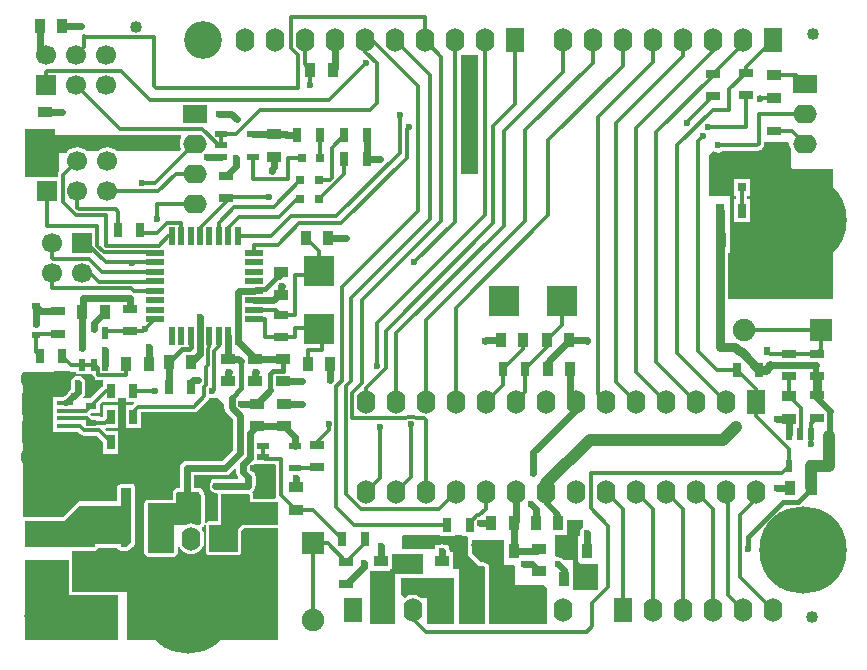
<source format=gtl>
G04 Layer_Physical_Order=1*
G04 Layer_Color=255*
%FSLAX44Y44*%
%MOMM*%
G71*
G01*
G75*
%ADD10R,1.3000X0.7000*%
%ADD11R,0.7000X1.3000*%
%ADD12R,0.6858X0.5588*%
%ADD13R,0.5588X0.6858*%
%ADD14R,1.4000X1.6000*%
%ADD15R,1.9000X1.9000*%
%ADD16R,1.3500X0.4000*%
%ADD17R,0.9000X0.6000*%
%ADD18R,2.6000X2.5000*%
%ADD19R,2.5000X2.6000*%
%ADD20R,1.0000X0.5500*%
%ADD21R,0.5500X1.0000*%
%ADD22R,3.5000X2.2000*%
%ADD23R,0.6000X2.2000*%
%ADD24R,0.5500X1.5000*%
%ADD25R,1.5000X0.5500*%
%ADD26R,2.7000X2.0000*%
%ADD27C,1.0160*%
%ADD28R,1.3000X0.9000*%
%ADD29R,0.9000X1.3000*%
%ADD30R,0.8000X0.8000*%
%ADD31R,1.6000X3.0000*%
%ADD32C,0.6000*%
%ADD33C,0.8000*%
%ADD34C,0.3000*%
%ADD35C,0.4000*%
%ADD36C,1.0000*%
%ADD37C,0.5000*%
%ADD38C,1.9000*%
%ADD39R,1.9000X1.9000*%
%ADD40R,1.6000X2.0000*%
%ADD41O,1.6000X2.0000*%
%ADD42R,1.7000X1.7000*%
%ADD43C,1.7000*%
%ADD44O,2.0000X1.6000*%
%ADD45R,2.0000X1.6000*%
G04:AMPARAMS|DCode=46|XSize=2mm|YSize=1.2mm|CornerRadius=0.3mm|HoleSize=0mm|Usage=FLASHONLY|Rotation=0.000|XOffset=0mm|YOffset=0mm|HoleType=Round|Shape=RoundedRectangle|*
%AMROUNDEDRECTD46*
21,1,2.0000,0.6000,0,0,0.0*
21,1,1.4000,1.2000,0,0,0.0*
1,1,0.6000,0.7000,-0.3000*
1,1,0.6000,-0.7000,-0.3000*
1,1,0.6000,-0.7000,0.3000*
1,1,0.6000,0.7000,0.3000*
%
%ADD46ROUNDEDRECTD46*%
%ADD47C,3.2000*%
%ADD48C,7.4000*%
%ADD49C,4.0000*%
%ADD50C,0.6000*%
G36*
X192000Y123000D02*
Y117000D01*
X216000D01*
Y98000D01*
X186000D01*
X182000Y94000D01*
Y75000D01*
X158000D01*
Y98000D01*
X168000D01*
Y124000D01*
X191000D01*
X192000Y123000D01*
D02*
G37*
G36*
X474000Y95627D02*
X473174Y95076D01*
X471848Y93091D01*
X471382Y90750D01*
Y88000D01*
X470000D01*
Y66500D01*
X470500D01*
X472000Y65000D01*
X487000D01*
Y43239D01*
X486761Y43000D01*
X466000D01*
Y68000D01*
X458401D01*
X457576Y68826D01*
X455591Y70152D01*
X453250Y70617D01*
X451982Y70365D01*
X451000Y71171D01*
Y89500D01*
X461000D01*
Y102000D01*
X474000D01*
Y95627D01*
D02*
G37*
G36*
X372000Y88500D02*
X376102D01*
X377000Y87602D01*
X377000Y82847D01*
X376632Y81000D01*
X377000Y79153D01*
X377000Y72000D01*
X386000Y63000D01*
X390102Y63000D01*
X391000Y62102D01*
Y18000D01*
Y14000D01*
X369000D01*
Y60000D01*
X364500D01*
Y75000D01*
X361573D01*
X361367Y75250D01*
X361000Y77098D01*
Y80000D01*
X360000Y81000D01*
X357098D01*
X355250Y81368D01*
X353402Y81000D01*
X349000D01*
Y77000D01*
X321000D01*
Y88000D01*
X322000Y89000D01*
X353000D01*
Y88500D01*
X366000D01*
Y89000D01*
X372000D01*
Y88500D01*
D02*
G37*
G36*
X92000Y83000D02*
X88000Y79000D01*
Y79000D01*
X83000D01*
Y81500D01*
X61000D01*
Y79000D01*
X2000D01*
Y101000D01*
X35000D01*
X48000Y114000D01*
X83000D01*
Y129000D01*
X92000D01*
Y83000D01*
D02*
G37*
G36*
X339000Y56000D02*
X315000D01*
Y38000D01*
Y14000D01*
X294000D01*
Y59000D01*
X311000D01*
Y60000D01*
X312500D01*
Y73000D01*
X339000D01*
Y56000D01*
D02*
G37*
G36*
X39000Y38000D02*
X81000D01*
Y0D01*
X2000D01*
Y68000D01*
X39000D01*
Y38000D01*
D02*
G37*
G36*
X407000Y64000D02*
X416000D01*
X417000Y63000D01*
Y47000D01*
X441000D01*
X444000Y44000D01*
Y14000D01*
X395000D01*
Y64000D01*
X394000Y65000D01*
X392428D01*
X392265Y65163D01*
X392265D01*
Y65163D01*
X391272Y65826D01*
X390804Y65919D01*
X390102Y66059D01*
X390102Y66059D01*
X387941Y66059D01*
X380059Y73941D01*
X380059Y79153D01*
X380000Y79448D01*
Y79750D01*
X379751Y81000D01*
X380000Y82251D01*
Y82552D01*
X380059Y82847D01*
X380059Y85000D01*
X407000D01*
Y64000D01*
D02*
G37*
G36*
X365000Y14000D02*
X342000D01*
Y36000D01*
X337062D01*
X335747Y37009D01*
X333072Y38117D01*
X330200Y38495D01*
X327328Y38117D01*
X324652Y37009D01*
X323338Y36000D01*
X323000D01*
X320000Y39000D01*
Y52941D01*
X339000D01*
X339296Y53000D01*
X365000D01*
Y14000D01*
D02*
G37*
G36*
X385000Y395000D02*
X371796D01*
X371000Y396000D01*
Y496000D01*
X385000D01*
Y395000D01*
D02*
G37*
G36*
X648964Y421045D02*
X648905Y420600D01*
X649283Y417728D01*
X650000Y415998D01*
Y401000D01*
X652000Y399000D01*
X686000D01*
Y289000D01*
X598000D01*
X597060Y289940D01*
Y328000D01*
X599000D01*
Y376000D01*
X581000D01*
Y411000D01*
X584674Y414674D01*
X586659Y413348D01*
X589000Y412882D01*
X591341Y413348D01*
X592933Y414412D01*
X622000D01*
X623756Y414761D01*
X624113Y415000D01*
X626000D01*
Y416511D01*
X626494Y417006D01*
X627489Y418494D01*
X627838Y420250D01*
Y421933D01*
X628000Y422000D01*
X648126D01*
X648964Y421045D01*
D02*
G37*
G36*
X27000Y428000D02*
X124000D01*
X134000Y428000D01*
Y425202D01*
X133283Y423472D01*
X132905Y420600D01*
X133283Y417728D01*
X133999Y415999D01*
X132000Y414000D01*
X79474D01*
X77200Y415745D01*
X74402Y416904D01*
X71400Y417299D01*
X68398Y416904D01*
X65600Y415745D01*
X63326Y414000D01*
X54074D01*
X51800Y415745D01*
X49002Y416904D01*
X46000Y417299D01*
X42998Y416904D01*
X40200Y415745D01*
X37798Y413902D01*
X37456Y413456D01*
X37000Y413000D01*
X31000D01*
Y397189D01*
X30756Y396944D01*
X29761Y395456D01*
X29412Y393700D01*
Y392000D01*
X2000D01*
Y433000D01*
X27000D01*
Y428000D01*
D02*
G37*
G36*
X44750Y225500D02*
X58662D01*
Y225192D01*
X59011Y223437D01*
X60006Y221948D01*
X60198Y221756D01*
X61687Y220761D01*
X63442Y220412D01*
X68000D01*
Y215242D01*
X67256Y214744D01*
X57261Y204750D01*
X51947D01*
X51703Y205009D01*
X51307Y206020D01*
X52402Y207659D01*
X52867Y210000D01*
Y217750D01*
X52402Y220091D01*
X51076Y222076D01*
X49091Y223402D01*
X46750Y223867D01*
X44409Y223402D01*
X42424Y222076D01*
X41098Y220091D01*
X40633Y217750D01*
Y212534D01*
X39424Y211326D01*
X38098Y209341D01*
X38083Y209263D01*
X35427Y206608D01*
X35370D01*
X33224Y206181D01*
X32953Y206000D01*
X25620D01*
Y196000D01*
Y189500D01*
Y183000D01*
Y176500D01*
X45120D01*
Y176500D01*
X46390Y176672D01*
X48556Y174506D01*
X50044Y173511D01*
X51800Y173162D01*
X62350D01*
X68000Y167511D01*
Y158000D01*
X81000D01*
Y177000D01*
X71489D01*
X69977Y178512D01*
X70395Y179890D01*
X70950Y180000D01*
X81000D01*
Y199000D01*
X68000D01*
Y189489D01*
X67350Y188838D01*
X65250D01*
Y190250D01*
X58239D01*
X57244Y191244D01*
X57199Y191710D01*
X58239Y192750D01*
X65250D01*
Y199761D01*
X66948Y201460D01*
X68000Y202000D01*
Y202000D01*
X68000Y202000D01*
X81000D01*
Y205000D01*
X87000D01*
Y202000D01*
X94099D01*
X94490Y200791D01*
X94491Y200730D01*
X92761Y199000D01*
X87000D01*
Y180000D01*
X100000D01*
Y192912D01*
X144750D01*
X146506Y193261D01*
X147994Y194256D01*
X156994Y203256D01*
X157989Y204744D01*
X158040Y205000D01*
X159659D01*
X160250Y204883D01*
X160841Y205000D01*
X165000D01*
X170632Y199368D01*
Y197186D01*
X171098Y194845D01*
X172424Y192861D01*
X177882Y187402D01*
Y161534D01*
X168466Y152118D01*
X139000D01*
X136659Y151652D01*
X134674Y150326D01*
X133348Y148341D01*
X132882Y146000D01*
Y129059D01*
X131000D01*
X131000Y129059D01*
X129830Y128826D01*
X128837Y128163D01*
X128837Y128163D01*
X127837Y127163D01*
X127174Y126171D01*
X126941Y125000D01*
X126941Y125000D01*
Y119059D01*
X106000D01*
X104830Y118826D01*
X103837Y118163D01*
X103728Y118000D01*
X103500D01*
Y117658D01*
X103174Y117170D01*
X102941Y116000D01*
Y74000D01*
X103174Y72829D01*
X103837Y71837D01*
X104830Y71174D01*
X106000Y70941D01*
X128000D01*
X129171Y71174D01*
X130163Y71837D01*
X130826Y72829D01*
X131059Y74000D01*
Y79317D01*
X132329Y79570D01*
X132792Y78453D01*
X134555Y76155D01*
X136853Y74391D01*
X139528Y73283D01*
X142400Y72905D01*
X145272Y73283D01*
X147947Y74391D01*
X150245Y76155D01*
X152008Y78453D01*
X153117Y81128D01*
X153495Y84000D01*
Y88000D01*
X153117Y90872D01*
X152008Y93547D01*
X151611Y94065D01*
X151958Y95700D01*
X152163Y95837D01*
X152163Y95837D01*
X153163Y96837D01*
X153671Y97598D01*
X154804Y97441D01*
X154941Y97387D01*
Y75000D01*
X155174Y73829D01*
X155837Y72837D01*
X156830Y72174D01*
X158000Y71941D01*
X182000D01*
X183171Y72174D01*
X184163Y72837D01*
X184826Y73829D01*
X185059Y75000D01*
Y92733D01*
X187267Y94941D01*
X216000D01*
Y-0D01*
X89000Y0D01*
X88000Y1000D01*
Y41000D01*
X81295D01*
X81000Y41059D01*
X42059D01*
Y68000D01*
X42000Y68295D01*
Y75941D01*
X61000D01*
X62171Y76174D01*
X63163Y76837D01*
X63826Y77829D01*
X63948Y78441D01*
X80052D01*
X80174Y77829D01*
X80837Y76837D01*
X81830Y76174D01*
X83000Y75941D01*
X88000D01*
X89171Y76174D01*
X90163Y76837D01*
X90163Y76837D01*
X92326Y79000D01*
X93000D01*
X94000Y78000D01*
Y80674D01*
X94163Y80837D01*
X94826Y81830D01*
X95059Y83000D01*
X95059Y83000D01*
Y129000D01*
X94826Y130170D01*
X94163Y131163D01*
X94000Y131272D01*
Y132000D01*
X92296D01*
X92000Y132059D01*
X83000D01*
X82704Y132000D01*
X82000D01*
X81819Y131819D01*
X80837Y131163D01*
X80174Y130170D01*
X79941Y129000D01*
Y118000D01*
X48000D01*
X46819Y116819D01*
X45837Y116163D01*
X33733Y104059D01*
X2000D01*
X1705Y104000D01*
X0D01*
Y226586D01*
X1000Y227000D01*
X44750D01*
Y225500D01*
D02*
G37*
G36*
X204750Y149162D02*
X213838D01*
X214162Y148838D01*
Y122750D01*
X214445Y121329D01*
X213725Y120059D01*
X195059D01*
Y123000D01*
X195059Y123000D01*
X194826Y124171D01*
X194163Y125163D01*
X194599Y126273D01*
X194826Y126424D01*
X195326Y126924D01*
X196652Y128909D01*
X197118Y131250D01*
Y138186D01*
X196652Y140527D01*
X195326Y142512D01*
X192868Y144970D01*
Y146530D01*
X195588Y149250D01*
X204307D01*
X204750Y149162D01*
D02*
G37*
G36*
X149348Y125095D02*
X150674Y123111D01*
X151000Y122785D01*
Y99000D01*
X150000Y98000D01*
X147002D01*
X145272Y98717D01*
X142400Y99095D01*
X139528Y98717D01*
X137798Y98000D01*
X128000D01*
Y74000D01*
X106000D01*
Y116000D01*
X130000D01*
Y125000D01*
X131000Y126000D01*
X149168D01*
X149348Y125095D01*
D02*
G37*
G36*
X180632Y145322D02*
Y142436D01*
X181098Y140095D01*
X182406Y138138D01*
X182304Y137583D01*
X182008Y136868D01*
X164507D01*
X163250Y137118D01*
X160909Y136652D01*
X158924Y135326D01*
X158674Y135076D01*
X157348Y133091D01*
X156882Y130750D01*
X157348Y128409D01*
X158674Y126424D01*
X160659Y125098D01*
X163000Y124633D01*
X164422D01*
X164941Y124000D01*
Y101059D01*
X158000D01*
X156830Y100826D01*
X155837Y100163D01*
X155329Y99402D01*
X154196Y99559D01*
X154059Y99613D01*
Y122785D01*
X154059Y122785D01*
X153826Y123955D01*
X153300Y124742D01*
Y127000D01*
X152028D01*
X151994Y127170D01*
X151827Y127421D01*
X151712Y127699D01*
X151498Y127912D01*
X151331Y128163D01*
X151081Y128330D01*
X150868Y128543D01*
X150589Y128659D01*
X150339Y128826D01*
X150043Y128885D01*
X149765Y129000D01*
X149464D01*
X149168Y129059D01*
X145118D01*
Y139882D01*
X171000D01*
X173341Y140348D01*
X175326Y141674D01*
X179459Y145808D01*
X180632Y145322D01*
D02*
G37*
%LPC*%
G36*
X615750Y390500D02*
X601750D01*
Y376500D01*
X604162D01*
Y373250D01*
X602500D01*
Y354250D01*
X615500D01*
Y373250D01*
X613338D01*
Y376500D01*
X615750D01*
Y390500D01*
D02*
G37*
%LPD*%
D10*
X172000Y393500D02*
D03*
Y374500D02*
D03*
X91000Y261500D02*
D03*
Y280500D02*
D03*
X219000Y275500D02*
D03*
Y256500D02*
D03*
X612000Y461500D02*
D03*
Y480500D02*
D03*
X584000Y479500D02*
D03*
Y460500D02*
D03*
X636000Y412500D02*
D03*
Y431500D02*
D03*
X672000Y188500D02*
D03*
Y207500D02*
D03*
X30000Y278500D02*
D03*
Y259500D02*
D03*
X672000Y242500D02*
D03*
Y223500D02*
D03*
X274000Y47500D02*
D03*
Y66500D02*
D03*
X249000Y146500D02*
D03*
Y165500D02*
D03*
X649000Y242500D02*
D03*
Y223500D02*
D03*
X330000Y65500D02*
D03*
Y84500D02*
D03*
Y65500D02*
D03*
Y46500D02*
D03*
D11*
X272000Y428250D02*
D03*
X291000D02*
D03*
X291000Y407250D02*
D03*
X272000D02*
D03*
X80500Y347000D02*
D03*
X99500D02*
D03*
X74500Y211500D02*
D03*
X93500D02*
D03*
Y189500D02*
D03*
X74500D02*
D03*
Y167500D02*
D03*
X93500D02*
D03*
X359500Y98000D02*
D03*
X378500D02*
D03*
X604500Y229000D02*
D03*
X623500D02*
D03*
X232500Y428000D02*
D03*
X251500D02*
D03*
X425500Y230000D02*
D03*
X406500D02*
D03*
X590000Y363750D02*
D03*
X609000D02*
D03*
X33500Y241000D02*
D03*
X14500D02*
D03*
X270500Y86000D02*
D03*
X289500D02*
D03*
X123500Y214500D02*
D03*
X142500D02*
D03*
D12*
X11000Y258808D02*
D03*
Y283192D02*
D03*
D13*
X606058Y244750D02*
D03*
X630442D02*
D03*
D14*
X33120Y220000D02*
D03*
Y156000D02*
D03*
D15*
X8620Y200000D02*
D03*
Y176000D02*
D03*
X245500Y82500D02*
D03*
D16*
X35370Y175000D02*
D03*
Y181500D02*
D03*
Y188000D02*
D03*
Y194500D02*
D03*
Y201000D02*
D03*
D17*
X57750Y184250D02*
D03*
Y169250D02*
D03*
Y198750D02*
D03*
Y213750D02*
D03*
D18*
X251000Y312500D02*
D03*
Y263500D02*
D03*
D19*
X407500Y287000D02*
D03*
X456500D02*
D03*
D20*
X230500Y145500D02*
D03*
Y164500D02*
D03*
X203500Y145500D02*
D03*
Y155000D02*
D03*
Y164500D02*
D03*
X194500Y409500D02*
D03*
Y428500D02*
D03*
X167500Y409500D02*
D03*
Y419000D02*
D03*
Y428500D02*
D03*
D21*
X648500Y147500D02*
D03*
X667500D02*
D03*
X648500Y174500D02*
D03*
X658000D02*
D03*
X667500D02*
D03*
X69500Y260500D02*
D03*
X50500D02*
D03*
X69500Y233500D02*
D03*
X60000D02*
D03*
X50500D02*
D03*
D22*
X160000Y175000D02*
D03*
D23*
X185400Y113000D02*
D03*
X172700D02*
D03*
X160000D02*
D03*
X147300D02*
D03*
X134600D02*
D03*
D24*
X182000Y258000D02*
D03*
X174000D02*
D03*
X166000D02*
D03*
X158000D02*
D03*
X150000D02*
D03*
X142000D02*
D03*
X134000D02*
D03*
X126000D02*
D03*
Y342000D02*
D03*
X134000D02*
D03*
X142000D02*
D03*
X150000D02*
D03*
X158000D02*
D03*
X166000D02*
D03*
X174000D02*
D03*
X182000D02*
D03*
D25*
X112000Y272000D02*
D03*
Y280000D02*
D03*
Y288000D02*
D03*
Y296000D02*
D03*
Y304000D02*
D03*
Y312000D02*
D03*
Y320000D02*
D03*
Y328000D02*
D03*
X196000D02*
D03*
Y320000D02*
D03*
Y312000D02*
D03*
Y304000D02*
D03*
Y296000D02*
D03*
Y288000D02*
D03*
Y280000D02*
D03*
Y272000D02*
D03*
D26*
X23000Y58000D02*
D03*
Y90000D02*
D03*
D27*
X96000Y519000D02*
D03*
X668000Y20000D02*
D03*
X669000Y513000D02*
D03*
D28*
X437000Y77500D02*
D03*
Y58500D02*
D03*
X198000Y200500D02*
D03*
Y181500D02*
D03*
X231000Y110500D02*
D03*
Y129500D02*
D03*
X649000Y206500D02*
D03*
Y187500D02*
D03*
X221000Y181500D02*
D03*
Y200500D02*
D03*
X213000Y428500D02*
D03*
Y409500D02*
D03*
X355000Y48500D02*
D03*
Y67500D02*
D03*
X303000Y48500D02*
D03*
Y67500D02*
D03*
X207000Y110500D02*
D03*
Y129500D02*
D03*
X113000Y110500D02*
D03*
Y129500D02*
D03*
X636000Y478500D02*
D03*
Y459500D02*
D03*
X19000Y428500D02*
D03*
Y447500D02*
D03*
X174000Y238500D02*
D03*
Y219500D02*
D03*
X219000Y311500D02*
D03*
Y292500D02*
D03*
X197000Y238500D02*
D03*
Y219500D02*
D03*
X220000Y238500D02*
D03*
Y219500D02*
D03*
D29*
X477500Y52000D02*
D03*
X458500D02*
D03*
X591000Y338750D02*
D03*
X610000D02*
D03*
X87500Y234000D02*
D03*
X106500D02*
D03*
X50500Y278000D02*
D03*
X69500D02*
D03*
X668500Y129000D02*
D03*
X649500D02*
D03*
X443500Y254000D02*
D03*
X462500D02*
D03*
X423500D02*
D03*
X404500D02*
D03*
X453500Y99000D02*
D03*
X434500D02*
D03*
X415500D02*
D03*
X396500D02*
D03*
X415500Y76000D02*
D03*
X396500D02*
D03*
X243500Y483000D02*
D03*
X262500D02*
D03*
X463500Y230000D02*
D03*
X444500D02*
D03*
X458500Y76000D02*
D03*
X477500D02*
D03*
X14500Y520000D02*
D03*
X33500D02*
D03*
X386500Y51000D02*
D03*
X405500D02*
D03*
X241500Y234000D02*
D03*
X260500D02*
D03*
X239500Y341000D02*
D03*
X258500D02*
D03*
X123750Y235500D02*
D03*
X142750D02*
D03*
D30*
X251000Y373500D02*
D03*
X235000D02*
D03*
X251000Y389500D02*
D03*
X235000D02*
D03*
X252000Y408000D02*
D03*
X236000D02*
D03*
X608750Y383500D02*
D03*
X592750D02*
D03*
D31*
X72000Y63500D02*
D03*
Y22500D02*
D03*
Y139500D02*
D03*
Y98500D02*
D03*
D32*
X219000Y292500D02*
Y300250D01*
X159686Y122750D02*
X160000D01*
X163000Y130750D02*
X190500D01*
X122250Y236750D02*
X123500Y238000D01*
X633000Y233000D02*
X671750D01*
X434500Y99000D02*
Y111500D01*
X430250Y115750D02*
X434500Y111500D01*
X91000Y280500D02*
Y289500D01*
X50750D02*
X91000D01*
X50750Y278250D02*
Y289500D01*
X192000Y154314D02*
Y175500D01*
X186750Y149064D02*
X192000Y154314D01*
X184000Y159000D02*
Y189936D01*
X171000Y146000D02*
X184000Y159000D01*
X139000Y146000D02*
X171000D01*
X192000Y175500D02*
X198000Y181500D01*
X672000Y205571D02*
X683500Y194071D01*
X672000Y205571D02*
Y207500D01*
X468250Y195250D02*
Y201930D01*
X432250Y159250D02*
X468250Y195250D01*
X432250Y141500D02*
Y159250D01*
X180250Y401750D02*
Y408000D01*
X172000Y393500D02*
X180250Y401750D01*
X213000Y401164D02*
Y409500D01*
X211000Y399164D02*
X213000Y401164D01*
X211000Y397750D02*
Y399164D01*
X219000Y300250D02*
X219250D01*
X216500Y292500D02*
X219000D01*
X212000Y288000D02*
X216500Y292500D01*
X196000Y288000D02*
X212000D01*
X219000Y292500D02*
X219000Y292500D01*
X142750Y235500D02*
X150000Y242750D01*
Y258000D01*
X198000Y200500D02*
X209500Y212000D01*
X139000Y125000D02*
Y146000D01*
X176750Y197186D02*
X184000Y189936D01*
X176750Y197186D02*
Y205593D01*
X156250Y135314D02*
Y137500D01*
X155000Y134064D02*
X156250Y135314D01*
X155000Y127436D02*
Y134064D01*
Y127436D02*
X159686Y122750D01*
X160000Y113000D02*
Y122750D01*
X186750Y142436D02*
Y149064D01*
Y142436D02*
X191000Y138186D01*
Y131250D02*
Y138186D01*
X176000Y446000D02*
X181000Y441000D01*
X166000Y446000D02*
X176000D01*
X213000Y428500D02*
X222750D01*
X223250Y428000D01*
X232500D01*
X46750Y210000D02*
Y217750D01*
X43750Y207000D02*
X46750Y210000D01*
X23000Y23000D02*
Y58000D01*
X21000Y21000D02*
X23000Y23000D01*
X21000Y21000D02*
X70500D01*
X72000Y22500D01*
X182250Y238500D02*
X184500Y236250D01*
X174000Y238500D02*
X182250D01*
X174000D02*
Y258000D01*
X183000Y296000D02*
X196000D01*
X182000Y295000D02*
X183000Y296000D01*
X182000Y258000D02*
Y295000D01*
Y253500D02*
Y258000D01*
Y253500D02*
X197000Y238500D01*
X220000D01*
X184750Y200500D02*
X198000D01*
X141250Y216750D02*
X144500Y220000D01*
X148750D01*
X463500Y206680D02*
Y230000D01*
Y206680D02*
X468250Y201930D01*
X415500Y99000D02*
X417450Y100950D01*
X415500Y76000D02*
Y99000D01*
Y76000D02*
X435500D01*
X437000Y77500D01*
X417450Y100950D02*
Y125730D01*
X123500Y214500D02*
Y235250D01*
X123750Y235500D01*
X671750Y223750D02*
X672000Y223500D01*
X667500Y130000D02*
X668500Y129000D01*
X458500Y52000D02*
Y59250D01*
X453250Y64500D02*
X458500Y59250D01*
X430750Y64750D02*
X437000Y58500D01*
X424250Y64750D02*
X430750D01*
X230500Y164500D02*
Y172000D01*
X221000Y181500D02*
X230500Y172000D01*
X198000Y181500D02*
X221000D01*
X221000Y181500D01*
X190500Y130750D02*
X191000Y131250D01*
X163000Y130750D02*
X163250Y131000D01*
X50500Y278000D02*
X50750Y278250D01*
X50500Y260500D02*
Y278000D01*
Y247750D02*
Y260500D01*
X50250Y247500D02*
X50500Y247750D01*
X15692Y278500D02*
X30000D01*
X11000Y283192D02*
X15692Y278500D01*
X11000Y267750D02*
Y283192D01*
X10750Y267500D02*
X11000Y267750D01*
X194500Y428500D02*
X213000D01*
X291000Y407250D02*
Y428250D01*
Y407250D02*
X291000Y407250D01*
X302250D01*
X302500Y407500D01*
X289000Y62500D02*
Y65250D01*
X274000Y47500D02*
X289000Y62500D01*
X14500Y500800D02*
Y520000D01*
Y500800D02*
X19600Y495700D01*
X57750Y163250D02*
Y169250D01*
Y163250D02*
X61500Y159500D01*
X57750Y213750D02*
Y221500D01*
X57500Y221750D02*
X57750Y221500D01*
X69500Y233500D02*
Y245750D01*
X69250Y246000D02*
X69500Y245750D01*
X207000Y129500D02*
Y137750D01*
X206750Y138000D02*
X207000Y137750D01*
X195000Y145500D02*
X203500D01*
X194750Y145750D02*
X195000Y145500D01*
X231000Y129500D02*
Y137000D01*
X231250Y137250D01*
X303000Y67500D02*
Y79750D01*
X355000Y67500D02*
Y75000D01*
X355250Y75250D01*
X387500Y99000D02*
X396500D01*
X387250Y99250D02*
X387500Y99000D01*
X477500Y76000D02*
Y90750D01*
X391750Y254000D02*
X404500D01*
X391500Y253750D02*
X391750Y254000D01*
X444500Y230000D02*
Y236000D01*
X462500Y254000D01*
X477500D01*
X478000Y253500D01*
X638250Y129000D02*
X649500D01*
X648500Y174500D02*
Y187000D01*
X649000Y187500D01*
X639000D02*
X649000D01*
X638750Y187750D02*
X639000Y187500D01*
X33500Y520000D02*
X48500D01*
X49000Y520500D01*
X19000Y447500D02*
X33250D01*
X33500Y447250D01*
X264160Y484660D02*
Y508000D01*
X262500Y483000D02*
X264160Y484660D01*
X60500Y269000D02*
X69500Y278000D01*
X60500Y263750D02*
Y269000D01*
X258500Y341000D02*
X273750D01*
X174000Y219500D02*
Y227250D01*
X174250Y227500D01*
X197000Y219500D02*
Y227000D01*
X197250Y227250D01*
X221000Y200500D02*
X236250D01*
X236250Y200500D01*
X260500Y220750D02*
Y234000D01*
Y220750D02*
X260500Y220750D01*
X150000Y258000D02*
Y273250D01*
X149750Y273500D02*
X150000Y273250D01*
X106500Y234000D02*
Y248000D01*
X107000Y248500D01*
X220000Y219500D02*
X236000D01*
X236250Y219750D01*
X156500Y409500D02*
X167500D01*
X156250Y409250D02*
X156500Y409500D01*
D33*
X590000Y248000D02*
Y363750D01*
X606058Y244750D02*
X607750D01*
X623500Y229000D01*
X629000D02*
X633000Y233000D01*
X623500Y229000D02*
X629000D01*
X602808Y248000D02*
X606058Y244750D01*
X590000Y248000D02*
X602808D01*
X672000Y207500D02*
Y223500D01*
D34*
X251000Y312500D02*
Y329500D01*
X230250Y309000D02*
X247500D01*
X239500Y341000D02*
X251000Y329500D01*
X103625Y263625D02*
X112000Y272000D01*
X70071Y320000D02*
X112000D01*
X659000Y174500D02*
Y196500D01*
X299500Y232000D02*
Y268750D01*
X227000Y359000D02*
X265250D01*
X210000Y342000D02*
X227000Y359000D01*
X182000Y342000D02*
X210000D01*
X217000Y358000D02*
X232500Y373500D01*
X182800Y358000D02*
X217000D01*
X232500Y373500D02*
X235000D01*
X174000Y349200D02*
X182800Y358000D01*
X179000Y367000D02*
X212500D01*
X165750Y353750D02*
X179000Y367000D01*
X165750Y342250D02*
Y353750D01*
X212500Y367000D02*
X235000Y389500D01*
X607000Y106000D02*
X620650Y119650D01*
X607000Y53400D02*
Y106000D01*
Y53400D02*
X635000Y25400D01*
X595250Y125730D02*
X597000Y123980D01*
Y38000D02*
Y123980D01*
Y38000D02*
X609600Y25400D01*
X584200D02*
Y111380D01*
X265500Y113250D02*
Y215250D01*
Y113250D02*
X280750Y98000D01*
X265500Y215250D02*
X270000Y219750D01*
X344500Y356500D02*
Y478460D01*
X278000Y290000D02*
X344500Y356500D01*
X278000Y219834D02*
Y290000D01*
X354250Y355250D02*
Y494110D01*
X287000Y288000D02*
X354250Y355250D01*
X287000Y217543D02*
Y288000D01*
X584200Y499200D02*
Y508000D01*
X519000Y434000D02*
X584200Y499200D01*
X519000Y227380D02*
Y434000D01*
X558800Y494800D02*
Y508000D01*
X502000Y438000D02*
X558800Y494800D01*
X502000Y218980D02*
Y438000D01*
X533400Y489400D02*
Y508000D01*
X487000Y443000D02*
X533400Y489400D01*
X487000Y208580D02*
Y443000D01*
X278950Y209493D02*
X287000Y217543D01*
X278950Y188030D02*
Y209493D01*
X273750Y215585D02*
X278000Y219834D01*
X270000Y219750D02*
Y299250D01*
X334250Y363500D01*
X398000Y353000D02*
Y435250D01*
X307250Y262250D02*
X398000Y353000D01*
X307250Y230308D02*
Y262250D01*
X407000Y351000D02*
Y431250D01*
X315850Y259850D02*
X407000Y351000D01*
X315850Y201930D02*
Y259850D01*
X425250Y355250D02*
Y431750D01*
X341250Y271250D02*
X425250Y355250D01*
X341250Y201930D02*
Y271250D01*
X444750Y359750D02*
Y423250D01*
X366650Y281650D02*
X444750Y359750D01*
X366650Y201930D02*
Y281650D01*
X632692Y242500D02*
X649000D01*
X630442Y244750D02*
X632692Y242500D01*
X649000D02*
X672000D01*
X569850Y125730D02*
X584200Y111380D01*
X544450Y125730D02*
X558800Y111380D01*
X519050Y125730D02*
X533400Y111380D01*
X493650Y125730D02*
X508000Y111380D01*
X273750Y124167D02*
X286667Y111250D01*
X273750Y124167D02*
Y215585D01*
X91692Y298000D02*
X93892Y295800D01*
X24800Y298000D02*
X91692D01*
X24800D02*
Y311050D01*
X64250Y303750D02*
X111750D01*
X56950Y311050D02*
X64250Y303750D01*
X50200Y311050D02*
X56950D01*
X67000Y312000D02*
X112000D01*
X55950Y323050D02*
X67000Y312000D01*
X25700Y323050D02*
X55950D01*
X20600Y351000D02*
X63000D01*
Y334142D02*
Y351000D01*
Y334142D02*
X68492Y328650D01*
X20600Y351000D02*
Y380300D01*
X123000Y342000D02*
X126000D01*
X115250Y334250D02*
X123000Y342000D01*
X70571Y334250D02*
X115250D01*
X113800Y345000D02*
X121800Y353000D01*
X101500Y345000D02*
X113800D01*
X99500Y347000D02*
X101500Y345000D01*
X114000Y369800D02*
X146000D01*
X114000Y357000D02*
Y369800D01*
X121800Y353000D02*
X130200D01*
X130200Y353000D02*
X134000D01*
X130200Y353000D02*
X130200Y353000D01*
X134000Y342000D02*
Y353000D01*
X172000Y371200D02*
Y374500D01*
X150000Y349200D02*
X172000Y371200D01*
X174000Y342000D02*
Y349200D01*
X234000Y353000D02*
X269750D01*
X216000Y335000D02*
X234000Y353000D01*
X196000Y335000D02*
X216000D01*
X265250Y359000D02*
X319000Y412750D01*
X269750Y353000D02*
X325250Y408500D01*
X224500Y390500D02*
Y408250D01*
X194500Y390500D02*
X224500D01*
X196000Y328000D02*
Y335000D01*
X82550Y432750D02*
X152113D01*
X165863Y419000D01*
X588000Y229000D02*
X604500D01*
X572000Y245000D02*
X588000Y229000D01*
X572000Y245000D02*
Y423000D01*
X554000Y243180D02*
X595250Y201930D01*
X572000Y423000D02*
X576000Y427000D01*
X554000Y419000D02*
X584000Y449000D01*
X554000Y243180D02*
Y419000D01*
X584000Y449000D02*
X598000D01*
X584000Y478000D02*
Y479500D01*
X536000Y430000D02*
X584000Y478000D01*
X536000Y235780D02*
X569850Y201930D01*
X536000Y235780D02*
Y430000D01*
X519000Y227380D02*
X544450Y201930D01*
X502000Y218980D02*
X519050Y201930D01*
X487000Y208580D02*
X493650Y201930D01*
X93892Y295800D02*
X111800D01*
X194500Y390500D02*
Y409500D01*
X155250Y231800D02*
X156500Y233050D01*
Y247071D01*
X161500Y212250D02*
Y245000D01*
X160250Y211000D02*
X161500Y212250D01*
Y245000D02*
X166000Y249500D01*
X156500Y247071D02*
X157750Y248321D01*
X299500Y268750D02*
X391160Y360410D01*
X398000Y435250D02*
X416560Y453810D01*
X319000Y412750D02*
Y445000D01*
X623250Y420250D02*
Y446000D01*
X622000Y419000D02*
X623250Y420250D01*
X589000Y419000D02*
X622000D01*
X580750Y434250D02*
X612000D01*
X580000Y435000D02*
X580750Y434250D01*
X562000Y438000D02*
Y438500D01*
X584000Y460500D01*
X325250Y433250D02*
X327000Y435000D01*
X325250Y408500D02*
Y433250D01*
X243000Y470000D02*
X243500Y470500D01*
Y483000D01*
X107750Y457750D02*
X259500D01*
X83200Y482300D02*
X107750Y457750D01*
X259500D02*
X290250Y488500D01*
X230250Y275500D02*
Y309000D01*
X247500D02*
X251000Y312500D01*
Y263500D02*
X253000Y261500D01*
X250000Y264500D02*
X251000Y263500D01*
X219000Y275500D02*
X230250D01*
X214500Y280000D02*
X219000Y275500D01*
X196000Y280000D02*
X214500D01*
X241500Y234000D02*
Y246000D01*
X253000D01*
Y261500D01*
X230500Y264500D02*
X250000D01*
X230500Y256500D02*
Y264500D01*
X219000Y256500D02*
X230500D01*
X205250D02*
X219000D01*
X205250D02*
Y272000D01*
X196000D02*
X205250D01*
X235750Y408250D02*
X236000Y408000D01*
X165750Y342250D02*
X166000Y342000D01*
X172750Y375250D02*
X208750D01*
X172000Y374500D02*
X172750Y375250D01*
X251000Y373500D02*
X272000Y394500D01*
Y407250D01*
X261500Y391071D02*
Y417250D01*
X259929Y389500D02*
X261500Y391071D01*
X251000Y389500D02*
X259929D01*
X261500Y417250D02*
X272000Y427750D01*
Y428250D01*
X251500Y408500D02*
X252000Y408000D01*
X251500Y408500D02*
Y428000D01*
X111800Y295800D02*
X112000Y296000D01*
X111750Y303750D02*
X112000Y304000D01*
X50200Y336450D02*
X53621D01*
X70071Y320000D01*
X68492Y328650D02*
X111350D01*
X70571Y334250D02*
Y360000D01*
X24800Y323950D02*
X25700Y323050D01*
X24800Y323950D02*
Y336450D01*
X45087Y360000D02*
X70571D01*
X111350Y328650D02*
X112000Y328000D01*
X78500Y365000D02*
X80500Y363000D01*
X34000Y371087D02*
X45087Y360000D01*
X34000Y371087D02*
Y393700D01*
X47158Y365000D02*
X78500D01*
X46000Y366158D02*
X47158Y365000D01*
X46000Y366158D02*
Y380300D01*
X80500Y347000D02*
Y363000D01*
X129450Y395200D02*
X146000D01*
X114550Y380300D02*
X129450Y395200D01*
X71400Y380300D02*
X114550D01*
X34000Y393700D02*
X46000Y405700D01*
X134000Y342000D02*
X134000Y342000D01*
X289560Y498440D02*
Y508000D01*
Y498440D02*
X299500Y488500D01*
Y454750D02*
Y488500D01*
X289560Y508000D02*
X295500D01*
X227260Y527500D02*
X340500D01*
X233250Y467750D02*
Y495247D01*
X112500Y467750D02*
X233250D01*
X294000Y449250D02*
X299500Y454750D01*
X20550Y482300D02*
X83200D01*
X19600Y481350D02*
X20550Y482300D01*
X19600Y470300D02*
Y481350D01*
X167500Y419000D02*
Y428500D01*
X165863Y419000D02*
X167500D01*
X45000Y470300D02*
X82550Y432750D01*
X340360Y508000D02*
Y527360D01*
X340500Y527500D01*
X227260Y501237D02*
Y527500D01*
Y501237D02*
X233250Y495247D01*
X111000Y469250D02*
X112500Y467750D01*
X111000Y469250D02*
Y510500D01*
X99634D02*
X111000D01*
X99554Y510420D02*
X99634Y510500D01*
X52330Y510420D02*
X99554D01*
X51500Y511250D02*
X52330Y510420D01*
X51500Y502200D02*
Y511250D01*
X45000Y495700D02*
X51500Y502200D01*
X417450Y201930D02*
X425500Y209980D01*
Y230000D01*
X443500Y248000D01*
Y254000D01*
X456500Y267000D01*
Y287000D01*
X392050Y201930D02*
X406500Y216380D01*
Y230000D01*
X423500Y247000D02*
Y254000D01*
X642750Y141750D02*
X648500Y147500D01*
Y161800D01*
X667500Y166500D02*
Y174500D01*
Y184000D01*
X658000Y174500D02*
X659000D01*
X649000Y206500D02*
X659000Y196500D01*
X649000Y206500D02*
Y223500D01*
X672000Y242500D02*
X675750Y246250D01*
Y262500D01*
X610750D02*
X675750D01*
X608750Y364000D02*
X609000Y363750D01*
X651100Y431500D02*
X662000Y420600D01*
X636000Y431500D02*
X651100D01*
X654900Y478500D02*
X662000Y471400D01*
X636000Y478500D02*
X654900D01*
X146000Y446000D02*
X149500Y449500D01*
X331250Y320000D02*
X365760Y354510D01*
X620650Y201930D02*
Y212850D01*
Y189650D02*
Y201930D01*
Y189650D02*
X648500Y161800D01*
X480750Y141750D02*
X642750D01*
X480750Y111750D02*
Y141750D01*
X482250Y32000D02*
X495500Y45250D01*
X482250Y11750D02*
Y32000D01*
X477500Y7000D02*
X482250Y11750D01*
X330200Y17800D02*
Y25400D01*
X508000D02*
Y111380D01*
X150000Y342000D02*
Y349200D01*
X612000Y434250D02*
Y461500D01*
X623250Y446000D02*
X662000D01*
X598000Y449000D02*
Y466500D01*
X314960Y508000D02*
X344500Y478460D01*
X340360Y508000D02*
X354250Y494110D01*
X667500Y184000D02*
X672000Y188500D01*
X624250Y458500D02*
Y459750D01*
X624500Y459500D01*
X636000D01*
X315850Y125730D02*
X328750Y138630D01*
X391160Y360410D02*
Y508000D01*
X302250Y137530D02*
Y180500D01*
X290450Y125730D02*
X302250Y137530D01*
X299500Y232000D02*
X299750D01*
X558800Y25400D02*
Y111380D01*
X533400Y25400D02*
Y111380D01*
X457200Y481450D02*
Y508000D01*
X508000Y486500D02*
Y508000D01*
X444750Y423250D02*
X508000Y486500D01*
X612000Y485000D02*
X635000Y508000D01*
X612000Y480500D02*
Y485000D01*
X598000Y466500D02*
X612000Y480500D01*
X609600Y505100D02*
Y508000D01*
X584000Y479500D02*
X609600Y505100D01*
X11692Y259500D02*
X30000D01*
X11000Y258808D02*
X11692Y259500D01*
X11000Y244500D02*
Y258808D01*
Y244500D02*
X14500Y241000D01*
X91000Y261500D02*
X101500D01*
X69500Y260500D02*
X70500Y261500D01*
X33500Y241000D02*
X41000Y233500D01*
X50500D01*
X60000D01*
X63250Y230250D01*
X73700Y225000D02*
X73700Y225000D01*
X87750D01*
X87500Y225250D02*
X87750Y225000D01*
X87500Y225250D02*
Y234000D01*
X74500Y210500D02*
Y211500D01*
X157750Y257750D02*
X158000Y258000D01*
X166000Y249500D02*
Y258000D01*
X93500Y189500D02*
X94250D01*
X238760Y487740D02*
X243500Y483000D01*
X238760Y487740D02*
Y508000D01*
X295500D02*
X334250Y469250D01*
X93500Y189500D02*
Y193250D01*
Y211500D02*
X111750D01*
X112250Y211000D01*
X35370Y194500D02*
X53500D01*
X57750Y198750D01*
X70500Y211500D02*
X74500D01*
X57750Y198750D02*
X70500Y211500D01*
X35370Y188000D02*
X54000D01*
X57750Y184250D01*
X35370Y181500D02*
X48050D01*
X153750Y206500D02*
Y214308D01*
X245500Y17500D02*
Y82500D01*
X352170Y111250D02*
X366650Y125730D01*
X406500Y230000D02*
X423500Y247000D01*
X328750Y138630D02*
Y182750D01*
X330200Y17800D02*
X341000Y7000D01*
X477500D01*
X280750Y98000D02*
X359500D01*
X495500Y45250D02*
Y97000D01*
X480750Y111750D02*
X495500Y97000D01*
X289500Y82000D02*
Y86000D01*
X274000Y66500D02*
X289500Y82000D01*
X286667Y111250D02*
X352170D01*
X245500Y82500D02*
X258000D01*
X274000Y66500D01*
X246000Y110500D02*
X270500Y86000D01*
X231000Y110500D02*
X246000D01*
X218750Y122750D02*
X231000Y110500D01*
X218750Y122750D02*
Y153500D01*
X218500Y153750D02*
X218750Y153500D01*
X204750Y153750D02*
X218500D01*
X203500Y155000D02*
X204750Y153750D01*
X203500Y155000D02*
Y164500D01*
X230500Y145500D02*
X248000D01*
X249000Y146500D01*
X341250Y125730D02*
Y186750D01*
X324838Y188030D02*
X326058Y189250D01*
X331442D01*
X332662Y188030D01*
X339970D01*
X341250Y186750D01*
X278950Y188030D02*
X324838D01*
X249000Y165500D02*
Y168250D01*
X259000Y178250D01*
Y183000D01*
X145100Y420600D02*
X146000D01*
X112000Y387500D02*
X145100Y420600D01*
X100750Y387500D02*
X112000D01*
X93500Y193250D02*
X97750Y197500D01*
X144750D01*
X153750Y206500D01*
Y214308D02*
X155250Y215808D01*
X604500Y229000D02*
X620650Y212850D01*
Y119650D02*
Y125730D01*
X155250Y215808D02*
Y231800D01*
X157750Y248321D02*
Y257750D01*
X70500Y261500D02*
X91000D01*
X425250Y431750D02*
X482600Y489100D01*
Y508000D01*
X407000Y431250D02*
X457200Y481450D01*
X416560Y453810D02*
Y508000D01*
X365760Y354510D02*
Y508000D01*
X334250Y363500D02*
Y469250D01*
X224500Y408250D02*
X235750D01*
X167500Y428500D02*
X180250D01*
X201000Y449250D01*
X294000D01*
X57750Y184250D02*
X69250D01*
X74500Y189500D01*
X64250Y177750D02*
X74500Y167500D01*
X48050Y181500D02*
X51800Y177750D01*
X64250D01*
X63250Y225192D02*
Y230250D01*
Y225192D02*
X63442Y225000D01*
X73700D01*
X392050Y111550D02*
Y125730D01*
X384558Y105750D02*
X386250D01*
X392050Y111550D01*
X378500Y99692D02*
X384558Y105750D01*
X378500Y98000D02*
Y99692D01*
X290450Y201930D02*
Y213922D01*
X302028Y225500D01*
X302442D01*
X307250Y230308D01*
X608750Y364000D02*
Y383500D01*
D35*
X614000Y87783D02*
X643417Y117200D01*
X614000Y77000D02*
Y87783D01*
X643417Y117200D02*
X656700D01*
X668500Y129000D01*
X215157Y307250D02*
X217250D01*
X205157Y297250D02*
X215157Y307250D01*
X217250D02*
X219000Y309000D01*
Y311500D01*
X197250Y297250D02*
X205157D01*
X196000Y296000D02*
X197250Y297250D01*
X123750Y235500D02*
X134750Y246500D01*
X140500D01*
X142000Y248000D01*
Y258000D01*
X209500Y212000D02*
Y225657D01*
X211843Y228000D01*
X176750Y205593D02*
X184500Y213343D01*
X220000Y228000D02*
Y238500D01*
X211843Y228000D02*
X220000D01*
X184500Y213343D02*
Y236250D01*
D36*
X682250Y147500D02*
Y172750D01*
X593250Y170000D02*
X603500Y180250D01*
X442850Y125730D02*
Y133000D01*
X479850Y170000D01*
X593250D01*
X667500Y147500D02*
X682250D01*
X667500Y130000D02*
Y147500D01*
D37*
X453500Y99000D02*
Y106500D01*
X442850Y117150D02*
X453500Y106500D01*
X442850Y117150D02*
Y125730D01*
X683500Y174000D02*
Y194071D01*
X671750Y223750D02*
Y233000D01*
X35370Y201000D02*
X37750D01*
X43750Y207000D01*
D38*
X675750Y307500D02*
D03*
X610750D02*
D03*
Y262500D02*
D03*
X245500Y17500D02*
D03*
X200500D02*
D03*
Y82500D02*
D03*
D39*
X675750Y262500D02*
D03*
D40*
X117000Y86000D02*
D03*
X416560Y508000D02*
D03*
X635000D02*
D03*
X508000Y25400D02*
D03*
X279400D02*
D03*
X620650Y201930D02*
D03*
D41*
X142400Y86000D02*
D03*
X167800D02*
D03*
X391160Y508000D02*
D03*
X365760D02*
D03*
X340360D02*
D03*
X314960D02*
D03*
X289560D02*
D03*
X264160D02*
D03*
X238760D02*
D03*
X213360D02*
D03*
X187960D02*
D03*
X609600D02*
D03*
X584200D02*
D03*
X558800D02*
D03*
X533400D02*
D03*
X508000D02*
D03*
X482600D02*
D03*
X457200D02*
D03*
X635000Y25400D02*
D03*
X609600D02*
D03*
X584200D02*
D03*
X558800D02*
D03*
X533400D02*
D03*
X304800D02*
D03*
X330200D02*
D03*
X355600D02*
D03*
X381000D02*
D03*
X406400D02*
D03*
X431800D02*
D03*
X457200D02*
D03*
X290450Y125730D02*
D03*
X315850D02*
D03*
X341250D02*
D03*
X366650D02*
D03*
X392050D02*
D03*
X417450D02*
D03*
X442850D02*
D03*
X468250D02*
D03*
X493650D02*
D03*
X519050D02*
D03*
X544450D02*
D03*
X569850D02*
D03*
X595250D02*
D03*
X620650D02*
D03*
X290450Y201930D02*
D03*
X315850D02*
D03*
X341250D02*
D03*
X366650D02*
D03*
X392050D02*
D03*
X417450D02*
D03*
X442850D02*
D03*
X468250D02*
D03*
X493650D02*
D03*
X519050D02*
D03*
X544450D02*
D03*
X569850D02*
D03*
X595250D02*
D03*
D42*
X50200Y336450D02*
D03*
X20600Y380300D02*
D03*
X19600Y470300D02*
D03*
D43*
X24800Y336450D02*
D03*
X50200Y311050D02*
D03*
X24800D02*
D03*
X71400Y405700D02*
D03*
X46000D02*
D03*
X20600D02*
D03*
X71400Y380300D02*
D03*
X46000D02*
D03*
X70400Y495700D02*
D03*
X45000D02*
D03*
X19600D02*
D03*
X70400Y470300D02*
D03*
X45000D02*
D03*
D44*
X146000Y369800D02*
D03*
Y395200D02*
D03*
Y420600D02*
D03*
X662000Y446000D02*
D03*
Y420600D02*
D03*
D45*
X146000Y446000D02*
D03*
X662000Y471400D02*
D03*
D46*
X8620Y155000D02*
D03*
Y221000D02*
D03*
D47*
X152400Y508000D02*
D03*
D48*
X660400Y355600D02*
D03*
Y76200D02*
D03*
X139700Y25400D02*
D03*
D49*
X21000Y125000D02*
D03*
Y21000D02*
D03*
D50*
X584000Y389000D02*
D03*
X129000Y179000D02*
D03*
X143000Y166000D02*
D03*
X115000Y165000D02*
D03*
X111000Y185000D02*
D03*
X169000Y179000D02*
D03*
X149000Y187000D02*
D03*
X381000Y398000D02*
D03*
X374000D02*
D03*
X381000Y405000D02*
D03*
X378000Y493000D02*
D03*
X614000Y77000D02*
D03*
X588000Y396000D02*
D03*
X121000Y424000D02*
D03*
X129000Y423000D02*
D03*
X319000Y445000D02*
D03*
X589000Y419000D02*
D03*
X580000Y435000D02*
D03*
X562000Y438000D02*
D03*
X576000Y427000D02*
D03*
X327000Y435000D02*
D03*
X181000Y441000D02*
D03*
X166000Y446000D02*
D03*
X222750Y428500D02*
D03*
X243000Y470000D02*
D03*
X290250Y488500D02*
D03*
X603500Y180250D02*
D03*
X208750Y375250D02*
D03*
X667500Y166500D02*
D03*
X624250Y458500D02*
D03*
X328750Y182750D02*
D03*
X331250Y320000D02*
D03*
X302250Y180500D02*
D03*
X299750Y232000D02*
D03*
X112250Y211000D02*
D03*
X160250D02*
D03*
X43750Y207000D02*
D03*
X86750Y101000D02*
D03*
Y120500D02*
D03*
X46750Y217750D02*
D03*
X184750Y200500D02*
D03*
X148750Y220000D02*
D03*
X432250Y141500D02*
D03*
X467250Y94500D02*
D03*
X259000Y183000D02*
D03*
X114000Y357000D02*
D03*
X103750Y263500D02*
D03*
X100750Y387500D02*
D03*
X92250Y319750D02*
D03*
X453250Y64500D02*
D03*
X424250Y64750D02*
D03*
X315500Y65500D02*
D03*
X163250Y131000D02*
D03*
X50250Y247500D02*
D03*
X10750Y267500D02*
D03*
X180250Y408000D02*
D03*
X302500Y407500D02*
D03*
X289000Y65250D02*
D03*
X61500Y159500D02*
D03*
X57500Y221750D02*
D03*
X69250Y246000D02*
D03*
X156250Y137500D02*
D03*
X206750Y138000D02*
D03*
X194750Y145750D02*
D03*
X231250Y137250D02*
D03*
X303000Y79750D02*
D03*
X355250Y75250D02*
D03*
X382750Y81000D02*
D03*
X387250Y99250D02*
D03*
X430250Y115750D02*
D03*
X477500Y90750D02*
D03*
X391500Y253750D02*
D03*
X478000Y253500D02*
D03*
X638250Y129000D02*
D03*
X638750Y187750D02*
D03*
X588000Y403750D02*
D03*
X49000Y520500D02*
D03*
X33500Y447250D02*
D03*
X60500Y263750D02*
D03*
X211000Y397750D02*
D03*
X273750Y341000D02*
D03*
X219250Y300250D02*
D03*
X174250Y227500D02*
D03*
X197250Y227250D02*
D03*
X236250Y200500D02*
D03*
X260500Y220750D02*
D03*
X161250Y195500D02*
D03*
X149750Y273500D02*
D03*
X107000Y248500D02*
D03*
X236250Y219750D02*
D03*
X156250Y409250D02*
D03*
X375000Y405000D02*
D03*
M02*

</source>
